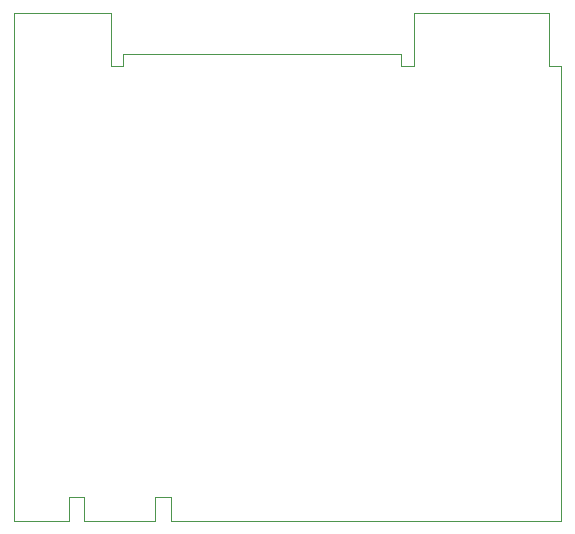
<source format=gbr>
%TF.GenerationSoftware,KiCad,Pcbnew,(6.0.9-0)*%
%TF.CreationDate,2022-12-26T10:40:34+01:00*%
%TF.ProjectId,RM3 mini ESP,524d3320-6d69-46e6-9920-4553502e6b69,rev?*%
%TF.SameCoordinates,Original*%
%TF.FileFunction,Profile,NP*%
%FSLAX46Y46*%
G04 Gerber Fmt 4.6, Leading zero omitted, Abs format (unit mm)*
G04 Created by KiCad (PCBNEW (6.0.9-0)) date 2022-12-26 10:40:34*
%MOMM*%
%LPD*%
G01*
G04 APERTURE LIST*
%TA.AperFunction,Profile*%
%ADD10C,0.100000*%
%TD*%
G04 APERTURE END LIST*
D10*
X55700000Y-108000000D02*
X57100000Y-108000000D01*
X49700000Y-110000000D02*
X55700000Y-110000000D01*
X48400000Y-108000000D02*
X49700000Y-108000000D01*
X77600000Y-67000000D02*
X77600000Y-71500000D01*
X57100000Y-110000000D02*
X90100000Y-110000000D01*
X53000000Y-70500000D02*
X53000000Y-71500000D01*
X49700000Y-108000000D02*
X49700000Y-110000000D01*
X77600000Y-71500000D02*
X76500000Y-71500000D01*
X89100000Y-67000000D02*
X77600000Y-67000000D01*
X48400000Y-110000000D02*
X48400000Y-108000000D01*
X76500000Y-71500000D02*
X76500000Y-70500000D01*
X57100000Y-108000000D02*
X57100000Y-110000000D01*
X52000000Y-67000000D02*
X43800000Y-67000000D01*
X43800000Y-110000000D02*
X48400000Y-110000000D01*
X53000000Y-71500000D02*
X52000000Y-71500000D01*
X90100000Y-110000000D02*
X90100000Y-71500000D01*
X76500000Y-70500000D02*
X53000000Y-70500000D01*
X89100000Y-71500000D02*
X89100000Y-67000000D01*
X55700000Y-110000000D02*
X55700000Y-108000000D01*
X90100000Y-71500000D02*
X89100000Y-71500000D01*
X43800000Y-67000000D02*
X43800000Y-110000000D01*
X52000000Y-71500000D02*
X52000000Y-67000000D01*
M02*

</source>
